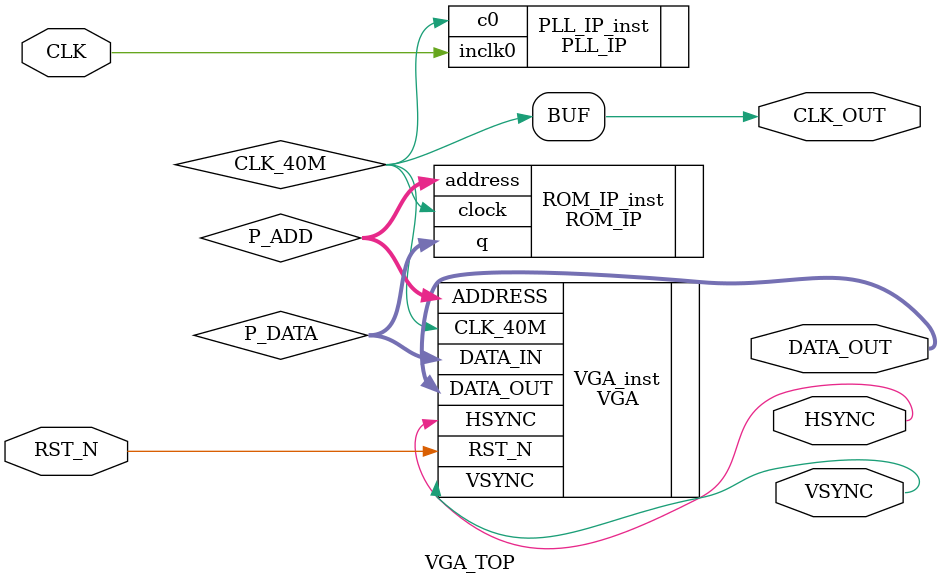
<source format=v>
module VGA_TOP(
	//输入
	CLK,RST_N,
	//输出端口
	VSYNC,HSYNC,DATA_OUT,CLK_OUT

);

//---------------------------------------------------------------------------
//--	外部端口声明
//---------------------------------------------------------------------------
input CLK;
input RST_N;

output VSYNC;
output HSYNC;
output [15:0] DATA_OUT ;
output CLK_OUT;
//output [15:0] a;

//---------------------------------------------------------------------------
//--	内部部端口声明
//---------------------------------------------------------------------------
wire CLK_40M;
wire [15:0] P_DATA;
wire [15:0] P_ADD;

//---------------------------------------------------------------------------
PLL_IP	PLL_IP_inst (
	.inclk0 ( CLK ),
	.c0 ( CLK_40M )
	);
assign CLK_OUT = CLK_40M ;
//---------------------------------------------------------------------------
VGA VGA_inst
(
	//输入端口
	.CLK_40M(CLK_40M),
	.RST_N(RST_N),
	.DATA_IN(P_DATA),
	//输出端口
	.VSYNC(VSYNC),
	.HSYNC(HSYNC),
	.ADDRESS(P_ADD),
	.DATA_OUT(DATA_OUT)
);
//---------------------------------------------------------------------------
ROM_IP	ROM_IP_inst (
	.address ( P_ADD ),
	.clock ( CLK_40M ),
	.q ( P_DATA )
	);
	
//assign a = P_ADD;
	
endmodule

</source>
